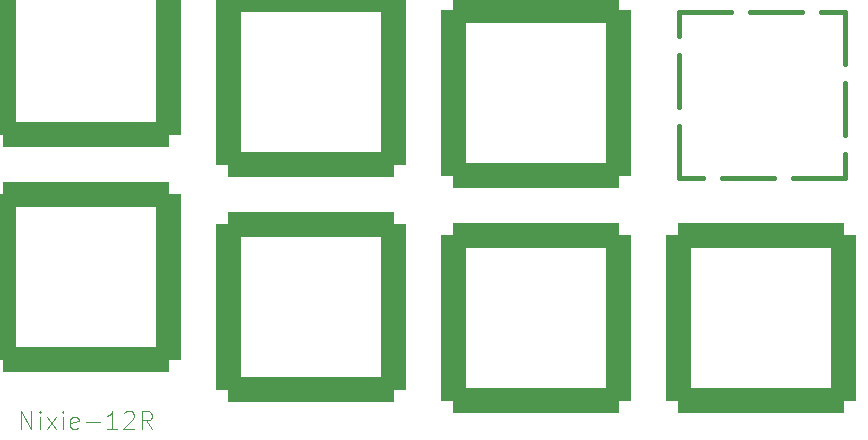
<source format=gto>
G04 #@! TF.GenerationSoftware,KiCad,Pcbnew,7.0.9*
G04 #@! TF.CreationDate,2023-11-13T15:49:31+00:00*
G04 #@! TF.ProjectId,Nixie-12R-base,4e697869-652d-4313-9252-2d626173652e,rev?*
G04 #@! TF.SameCoordinates,Original*
G04 #@! TF.FileFunction,Legend,Top*
G04 #@! TF.FilePolarity,Positive*
%FSLAX46Y46*%
G04 Gerber Fmt 4.6, Leading zero omitted, Abs format (unit mm)*
G04 Created by KiCad (PCBNEW 7.0.9) date 2023-11-13 15:49:31*
%MOMM*%
%LPD*%
G01*
G04 APERTURE LIST*
G04 Aperture macros list*
%AMRoundRect*
0 Rectangle with rounded corners*
0 $1 Rounding radius*
0 $2 $3 $4 $5 $6 $7 $8 $9 X,Y pos of 4 corners*
0 Add a 4 corners polygon primitive as box body*
4,1,4,$2,$3,$4,$5,$6,$7,$8,$9,$2,$3,0*
0 Add four circle primitives for the rounded corners*
1,1,$1+$1,$2,$3*
1,1,$1+$1,$4,$5*
1,1,$1+$1,$6,$7*
1,1,$1+$1,$8,$9*
0 Add four rect primitives between the rounded corners*
20,1,$1+$1,$2,$3,$4,$5,0*
20,1,$1+$1,$4,$5,$6,$7,0*
20,1,$1+$1,$6,$7,$8,$9,0*
20,1,$1+$1,$8,$9,$2,$3,0*%
G04 Aperture macros list end*
%ADD10C,0.400000*%
%ADD11C,0.100000*%
%ADD12RoundRect,1.059000X6.992000X6.992000X-6.992000X6.992000X-6.992000X-6.992000X6.992000X-6.992000X0*%
G04 APERTURE END LIST*
D10*
X250425000Y-125675000D02*
X254825000Y-125675000D01*
X256425000Y-125675000D02*
X260825000Y-125675000D01*
X262425000Y-125675000D02*
X264425000Y-125675000D01*
X264425000Y-125675000D02*
X264425000Y-130075000D01*
X264425000Y-131675000D02*
X264425000Y-136075000D01*
X264425000Y-137675000D02*
X264425000Y-139675000D01*
X264425000Y-139675000D02*
X260025000Y-139675000D01*
X258425000Y-139675000D02*
X254025000Y-139675000D01*
X252425000Y-139675000D02*
X250425000Y-139675000D01*
X250425000Y-139675000D02*
X250425000Y-135275000D01*
X250425000Y-133675000D02*
X250425000Y-129275000D01*
X250425000Y-127675000D02*
X250425000Y-125675000D01*
D11*
X194697931Y-160936228D02*
X194697931Y-159436228D01*
X194697931Y-159436228D02*
X195555074Y-160936228D01*
X195555074Y-160936228D02*
X195555074Y-159436228D01*
X196269360Y-160936228D02*
X196269360Y-159936228D01*
X196269360Y-159436228D02*
X196197932Y-159507657D01*
X196197932Y-159507657D02*
X196269360Y-159579085D01*
X196269360Y-159579085D02*
X196340789Y-159507657D01*
X196340789Y-159507657D02*
X196269360Y-159436228D01*
X196269360Y-159436228D02*
X196269360Y-159579085D01*
X196840789Y-160936228D02*
X197626504Y-159936228D01*
X196840789Y-159936228D02*
X197626504Y-160936228D01*
X198197932Y-160936228D02*
X198197932Y-159936228D01*
X198197932Y-159436228D02*
X198126504Y-159507657D01*
X198126504Y-159507657D02*
X198197932Y-159579085D01*
X198197932Y-159579085D02*
X198269361Y-159507657D01*
X198269361Y-159507657D02*
X198197932Y-159436228D01*
X198197932Y-159436228D02*
X198197932Y-159579085D01*
X199483647Y-160864800D02*
X199340790Y-160936228D01*
X199340790Y-160936228D02*
X199055076Y-160936228D01*
X199055076Y-160936228D02*
X198912218Y-160864800D01*
X198912218Y-160864800D02*
X198840790Y-160721942D01*
X198840790Y-160721942D02*
X198840790Y-160150514D01*
X198840790Y-160150514D02*
X198912218Y-160007657D01*
X198912218Y-160007657D02*
X199055076Y-159936228D01*
X199055076Y-159936228D02*
X199340790Y-159936228D01*
X199340790Y-159936228D02*
X199483647Y-160007657D01*
X199483647Y-160007657D02*
X199555076Y-160150514D01*
X199555076Y-160150514D02*
X199555076Y-160293371D01*
X199555076Y-160293371D02*
X198840790Y-160436228D01*
X200197932Y-160364800D02*
X201340790Y-160364800D01*
X202840790Y-160936228D02*
X201983647Y-160936228D01*
X202412218Y-160936228D02*
X202412218Y-159436228D01*
X202412218Y-159436228D02*
X202269361Y-159650514D01*
X202269361Y-159650514D02*
X202126504Y-159793371D01*
X202126504Y-159793371D02*
X201983647Y-159864800D01*
X203412218Y-159579085D02*
X203483646Y-159507657D01*
X203483646Y-159507657D02*
X203626504Y-159436228D01*
X203626504Y-159436228D02*
X203983646Y-159436228D01*
X203983646Y-159436228D02*
X204126504Y-159507657D01*
X204126504Y-159507657D02*
X204197932Y-159579085D01*
X204197932Y-159579085D02*
X204269361Y-159721942D01*
X204269361Y-159721942D02*
X204269361Y-159864800D01*
X204269361Y-159864800D02*
X204197932Y-160079085D01*
X204197932Y-160079085D02*
X203340789Y-160936228D01*
X203340789Y-160936228D02*
X204269361Y-160936228D01*
X205769360Y-160936228D02*
X205269360Y-160221942D01*
X204912217Y-160936228D02*
X204912217Y-159436228D01*
X204912217Y-159436228D02*
X205483646Y-159436228D01*
X205483646Y-159436228D02*
X205626503Y-159507657D01*
X205626503Y-159507657D02*
X205697932Y-159579085D01*
X205697932Y-159579085D02*
X205769360Y-159721942D01*
X205769360Y-159721942D02*
X205769360Y-159936228D01*
X205769360Y-159936228D02*
X205697932Y-160079085D01*
X205697932Y-160079085D02*
X205626503Y-160150514D01*
X205626503Y-160150514D02*
X205483646Y-160221942D01*
X205483646Y-160221942D02*
X204912217Y-160221942D01*
%LPC*%
D12*
X200175000Y-129025000D03*
X238275000Y-151575000D03*
X238275000Y-132525000D03*
X162075000Y-133535000D03*
X257325000Y-151565000D03*
X181125000Y-150565000D03*
X162075000Y-152585000D03*
X219225000Y-150575000D03*
X219225000Y-131525000D03*
X200175000Y-148075000D03*
X181125000Y-131515000D03*
%LPD*%
M02*

</source>
